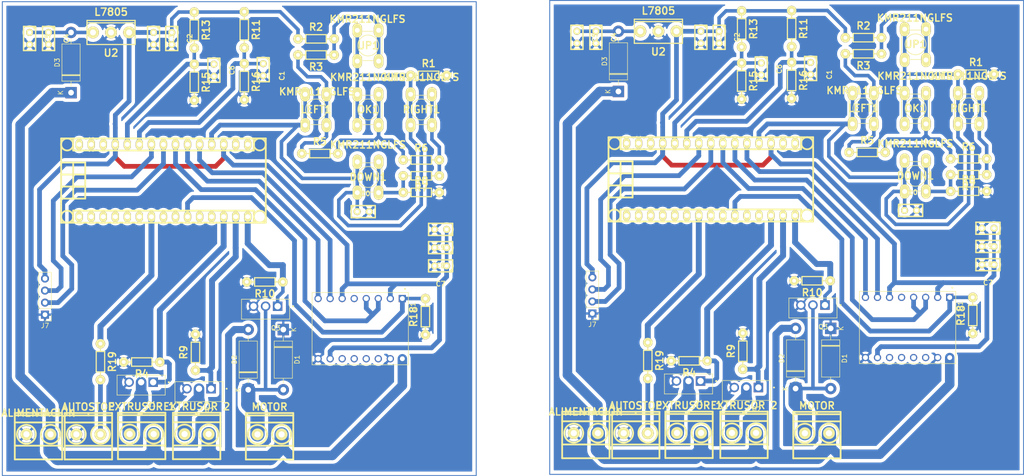
<source format=kicad_pcb>
(kicad_pcb (version 20221018) (generator pcbnew)
  (layers (0 "F.Cu" signal) (31 "B.Cu" signal) (34 "B.Paste" user) (35 "F.Paste" user) (36 "B.SilkS" user "B.Silkscreen") (37 "F.SilkS" user "F.Silkscreen") (38 "B.Mask" user) (39 "F.Mask" user) (44 "Edge.Cuts" user))
  (net 0 "")
  (net 1 "+12V")
  (net 2 "Net-(D3-K)")
  (net 3 "Net-(R2-Pad2)")
  (net 4 "/A0")
  (net 5 "Net-(DOWN1-Pad1)")
  (net 6 "Net-(LEFT1-Pad1)")
  (net 7 "Net-(R6-Pad2)")
  (net 8 "Net-(OK1-Pad1)")
  (net 9 "/D7")
  (net 10 "+5V")
  (net 11 "/A3")
  (net 12 "/A2")
  (net 13 "/A1")
  (net 14 "GND")
  (net 19 "/A6")
  (net 20 "Net-(D1-K)")
  (net 21 "/A7")
  (net 28 "/D4")
  (net 33 "/D10")
  (net 34 "/D11")
  (net 35 "/D12")
  (net 38 "Net-(J1-A4)")
  (net 39 "Net-(J1-A5)")
  (net 42 "Net-(J3-Pad1)")
  (net 43 "Net-(Q1-D)")
  (net 44 "Net-(Q2-D)")
  (footprint "EESTN5:CAP_0.1" (layer "F.Cu") (at 235.19 90.21)
    (fp_text reference "C10")
    (fp_text value "1nF" hide)
  )
  (footprint "Connector_PinHeader_2.54mm:PinHeader_1x04_P2.54mm_Vertical" (layer "F.Cu") (at 52.54 112.21 180)
    (fp_text reference "J7")
    (fp_text value "Conn_01x04_Pin")
  )
  (footprint "EESTN5:arduino_nano_header" (layer "F.Cu") (at 77.54 83.91)
    (fp_text reference "J1" hide)
    (fp_text value "Arduino_Nano_Header" hide)
  )
  (footprint "EESTN5:RES0.3" (layer "F.Cu") (at 188.4675 121.95125 180)
    (fp_text reference "R4")
    (fp_text value "4k7" hide)
  )
  (footprint "EESTN5:RES0.3" (layer "F.Cu") (at 94.59 52.09 -90)
    (fp_text reference "R11")
    (fp_text value "4k7" hide)
  )
  (footprint "EESTN5:Pulsador_TH_4" (layer "F.Cu") (at 236.19 55.21)
    (fp_text reference "UP1")
    (fp_text value "KMR211NGLFS")
  )
  (footprint "EESTN5:RES0.3" (layer "F.Cu") (at 131.94 82.91 180)
    (fp_text reference "R7")
    (fp_text value "4k7" hide)
  )
  (footprint "EESTN5:Pulsador_TH_4" (layer "F.Cu") (at 225.19 68.71)
    (fp_text reference "LEFT1")
    (fp_text value "KMR211NGLFS")
  )
  (footprint "EESTN5:CAP_0.1" (layer "F.Cu") (at 75.4452 53.93 -90)
    (fp_text reference "C3")
    (fp_text value "470u*6.3V" hide)
  )
  (footprint "EESTN5:BORNERA2" (layer "F.Cu") (at 177.2 137.21 180)
    (fp_text reference "J3" hide)
    (fp_text value "AUTOSTOP")
  )
  (footprint "EESTN5:RES0.3" (layer "F.Cu") (at 199.54 62.91 -90)
    (fp_text reference "R15")
    (fp_text value "100k" hide)
  )
  (footprint "EESTN5:RES0.3" (layer "F.Cu") (at 94.59 63.03 -90)
    (fp_text reference "R16")
    (fp_text value "100k" hide)
  )
  (footprint "EESTN5:RES0.3" (layer "F.Cu") (at 109.74 54.01)
    (fp_text reference "R2")
    (fp_text value "4k7" hide)
  )
  (footprint "EESTN5:BORNERA2" (layer "F.Cu") (at 84.54 137.41 180)
    (fp_text reference "J6" hide)
    (fp_text value "EXTRUSOR 2")
  )
  (footprint "EESTN5:CAP_0.1" (layer "F.Cu") (at 79.29 53.93 -90)
    (fp_text reference "C2")
    (fp_text value "100nF" hide)
  )
  (footprint "Diode_THT:D_DO-15_P12.70mm_Horizontal" (layer "F.Cu") (at 58.04 65.36 90)
    (fp_text reference "D3")
    (fp_text value "DIODE")
  )
  (footprint "EESTN5:RES0.3" (layer "F.Cu") (at 72.9675 122.20125 180)
    (fp_text reference "R4")
    (fp_text value "4k7" hide)
  )
  (footprint "EESTN5:CAP_0.1" (layer "F.Cu") (at 251.52 101.66 180)
    (fp_text reference "C7")
    (fp_text value "100nF" hide)
  )
  (footprint "EESTN5:RES0.3" (layer "F.Cu") (at 247.44 82.66 180)
    (fp_text reference "R7")
    (fp_text value "4k7" hide)
  )
  (footprint "EESTN5:RES0.3" (layer "F.Cu") (at 179.74 121.89125 -90)
    (fp_text reference "R19")
    (fp_text value "R" hide)
  )
  (footprint "EESTN5:CAP_0.1" (layer "F.Cu") (at 98.59 60.51 -90)
    (fp_text reference "C1")
    (fp_text value "100nF" hide)
  )
  (footprint "IRFZ44NPBF:TO254P1016X419X2286-3" (layer "F.Cu") (at 85.04 127.83125 180)
    (fp_text reference "Q2")
    (fp_text value "IRFZ44N")
  )
  (footprint "EESTN5:CAP_0.1" (layer "F.Cu") (at 136.02 101.91 180)
    (fp_text reference "C7")
    (fp_text value "100nF" hide)
  )
  (footprint "EESTN5:RES0.3" (layer "F.Cu") (at 64.24 122.14125 -90)
    (fp_text reference "R19")
    (fp_text value "R" hide)
  )
  (footprint "EESTN5:RES0.3" (layer "F.Cu") (at 110.54 78.21)
    (fp_text reference "R5")
    (fp_text value "4k7" hide)
  )
  (footprint "EESTN5:Pulsador_TH_4" (layer "F.Cu") (at 120.69 83.21)
    (fp_text reference "DOWN1")
    (fp_text value "KMR211NGLFS")
  )
  (footprint "EESTN5:RES0.3" (layer "F.Cu") (at 84.29 120.16 90)
    (fp_text reference "R9")
    (fp_text value "4k7" hide)
  )
  (footprint "IRFZ44NPBF:TO254P1016X419X2286-3" (layer "F.Cu") (at 214.59 110.18125 180)
    (fp_text reference "Q3")
    (fp_text value "IRFZ44N")
  )
  (footprint "EESTN5:RES0.3" (layer "F.Cu") (at 132.81 112.62 90)
    (fp_text reference "R18")
    (fp_text value "4k7" hide)
  )
  (footprint "EESTN5:CAP_0.1" (layer "F.Cu") (at 136.02 98.0652 180)
    (fp_text reference "C8")
    (fp_text value "100nF" hide)
  )
  (footprint "EESTN5:CAP_0.1" (layer "F.Cu") (at 49.29 53.93 -90)
    (fp_text reference "C5")
    (fp_text value "100nF" hide)
  )
  (footprint "EESTN5:CAP_0.1" (layer "F.Cu") (at 164.79 53.68 -90)
    (fp_text reference "C5")
    (fp_text value "100nF" hide)
  )
  (footprint "EESTN5:CAP_0.1" (layer "F.Cu") (at 190.9452 53.68 -90)
    (fp_text reference "C3")
    (fp_text value "470u*6.3V" hide)
  )
  (footprint "EESTN5:Pulsador_TH_4" (layer "F.Cu") (at 120.69 68.96)
    (fp_text reference "OK1")
    (fp_text value "KMR211NGLFS")
  )
  (footprint "IRFZ44NPBF:TO254P1016X419X2286-3" (layer "F.Cu") (at 72.83 126.46 180)
    (fp_text reference "Q1")
    (fp_text value "IRFZ44N")
  )
  (footprint "EESTN5:CAP_0.1" (layer "F.Cu") (at 203.679 60.37 -90)
    (fp_text reference "C6")
    (fp_text value "100nF" hide)
  )
  (footprint "EESTN5:CAP_0.1" (layer "F.Cu") (at 214.09 60.26 -90)
    (fp_text reference "C1")
    (fp_text value "100nF" hide)
  )
  (footprint "EESTN5:RES0.3" (layer "F.Cu") (at 131.94 86.41)
    (fp_text reference "R8")
    (fp_text value "4k7" hide)
  )
  (footprint "EESTN5:BORNERA2" (layer "F.Cu") (at 200.04 137.16 180)
    (fp_text reference "J6" hide)
    (fp_text value "EXTRUSOR 2")
  )
  (footprint "IRFZ44NPBF:TO254P1016X419X2286-3" (layer "F.Cu") (at 188.33 126.21 180)
    (fp_text reference "Q1")
    (fp_text value "IRFZ44N")
  )
  (footprint "EESTN5:BORNERA2" (layer "F.Cu") (at 166.6675 137.20125 180)
    (fp_text reference "J2" hide)
    (fp_text value "ALIMENTACIÓN")
  )
  (footprint "EESTN5:Pulsador_TH_4" (layer "F.Cu") (at 109.69 68.96)
    (fp_text reference "LEFT1")
    (fp_text value "KMR211NGLFS")
  )
  (footprint "Diode_THT:D_DO-15_P12.70mm_Horizontal" (layer "F.Cu") (at 210.9275 127.80125 90)
    (fp_text reference "D2")
    (fp_text value "DIODE")
  )
  (footprint "EESTN5:BORNERA2" (layer "F.Cu") (at 215.4275 137.22125 180)
    (fp_text reference "J4" hide)
    (fp_text value "MOTOR")
  )
  (footprint "EESTN5:BORNERA2" (layer "F.Cu") (at 99.9275 137.47125 180)
    (fp_text reference "J4" hide)
    (fp_text value "MOTOR")
  )
  (footprint "EESTN5:Pulsador_TH_4" (layer "F.Cu") (at 131.94 68.96)
    (fp_text reference "RIGHT1")
    (fp_text value "KMR211NGLFS")
  )
  (footprint "EESTN5:CAP_0.1" (layer "F.Cu") (at 194.79 53.68 -90)
    (fp_text reference "C2")
    (fp_text value "100nF" hide)
  )
  (footprint "EESTN5:BORNERA2" (layer "F.Cu") (at 72.94 137.41 180)
    (fp_text reference "J5" hide)
    (fp_text value "EXTRUSOR 1")
  )
  (footprint "EESTN5:RES0.3" (layer "F.Cu") (at 109.74 57.41 180)
    (fp_text reference "R3")
    (fp_text value "4k7" hide)
  )
  (footprint "IRFZ44NPBF:TO254P1016X419X2286-3" (layer "F.Cu") (at 99.09 110.43125 180)
    (fp_text reference "Q3")
    (fp_text value "IRFZ44N")
  )
  (footprint "EESTN5:RES0.3" (layer "F.Cu") (at 247.44 86.16)
    (fp_text reference "R8")
    (fp_text value "4k7" hide)
  )
  (footprint "EESTN5:CAP_0.1" (layer "F.Cu") (at 88.179 60.62 -90)
    (fp_text reference "C6")
    (fp_text value "100nF" hide)
  )
  (footprint "EESTN5:CAP_0.1" (layer "F.Cu") (at 251.52 93.9704 180)
    (fp_text reference "C9")
    (fp_text value "100nF" hide)
  )
  (footprint "EESTN5:Pulsador_TH_4" (layer "F.Cu") (at 247.44 68.71)
    (fp_text reference "RIGHT1")
    (fp_text value "KMR211NGLFS")
  )
  (footprint "EESTN5:CAP_0.1" (layer "F.Cu") (at 53.29 53.93 -90)
    (fp_text reference "C4")
    (fp_text value "220u*25v " hide)
  )
  (footprint "EESTN5:RES0.3" (layer "F.Cu") (at 214.4275 105.05125 180)
    (fp_text reference "R10")
    (fp_text value "4k7" hide)
  )
  (footprint "EESTN5:BORNERA2" (layer "F.Cu") (at 61.7 137.46 180)
    (fp_text reference "J3" hide)
    (fp_text value "AUTOSTOP")
  )
  (footprint "Connector_PinHeader_2.54mm:PinHeader_1x04_P2.54mm_Vertical" (layer "F.Cu") (at 168.04 111.96 180)
    (fp_text reference "J7")
    (fp_text value "Conn_01x04_Pin")
  )
  (footprint "EESTN5:RES0.3" (layer "F.Cu") (at 247.44 79.31)
    (fp_text reference "R6")
    (fp_text value "4k7" hide)
  )
  (footprint "EESTN5:RES0.3" (layer "F.Cu") (at 98.9275 105.30125 180)
    (fp_text reference "R10")
    (fp_text value "4k7" hide)
  )
  (footprint "EESTN5:RES0.3" (layer "F.Cu") (at 84.04 63.16 -90)
    (fp_text reference "R15")
    (fp_text value "100k" hide)
  )
  (footprint "EESTN5:Pulsador_TH_4" (layer "F.Cu") (at 236.19 82.96)
    (fp_text reference "DOWN1")
    (fp_text value "KMR211NGLFS")
  )
  (footprint "EESTN5:CAP_0.1" (layer "F.Cu") (at 168.79 53.68 -90)
    (fp_text reference "C4")
    (fp_text value "220u*25v " hide)
  )
  (footprint "EESTN5:Pulsador_TH_4" (layer "F.Cu") (at 236.19 68.71)
    (fp_text reference "OK1")
    (fp_text value "KMR211NGLFS")
  )
  (footprint "Diode_THT:D_DO-15_P12.70mm_Horizontal" (layer "F.Cu") (at 173.54 65.11 90)
    (fp_text reference "D3")
    (fp_text value "DIODE")
  )
  (footprint "Diode_THT:D_DO-15_P12.70mm_Horizontal" (layer "F.Cu") (at 218.3275 115.10125 -90)
    (fp_text reference "D1")
    (fp_text value "DIODE")
  )
  (footprint "A4988_STEPPER_MOTOR_DRIVER_CARRIER:MODULE_A4988_STEPPER_MOTOR_DRIVER_CARRIER" (layer "F.Cu") (at 119.06 115.16 -90)
    (fp_text reference "U1")
    (fp_text value "A4988_STEPPER_MOTOR_DRIVER_CARRIER")
  )
  (footprint "IRFZ44NPBF:TO254P1016X419X2286-3" (layer "F.Cu") (at 200.54 127.58125 180)
    (fp_text reference "Q2")
    (fp_text value "IRFZ44N")
  )
  (footprint "Diode_THT:D_DO-15_P12.70mm_Horizontal" (layer "F.Cu") (at 102.8275 115.35125 -90)
    (fp_text reference "D1")
    (fp_text value "DIODE")
  )
  (footprint "EESTN5:TO-220-2" (layer "F.Cu") (at 181.98 52.41)
    (fp_text reference "U2")
    (fp_text value "L7805")
  )
  (footprint "A4988_STEPPER_MOTOR_DRIVER_CARRIER:MODULE_A4988_STEPPER_MOTOR_DRIVER_CARRIER" (layer "F.Cu") (at 234.56 114.91 -90)
    (fp_text reference "U1")
    (fp_text value "A4988_STEPPER_MOTOR_DRIVER_CARRIER")
  )
  (footprint "EESTN5:Pulsador_TH_4" (layer "F.Cu") (at 120.69 55.46)
    (fp_text reference "UP1")
    (fp_text value "KMR211NGLFS")
  )
  (footprint "EESTN5:RES0.3" (layer "F.Cu") (at 210.09 62.78 -90)
    (fp_text reference "R16")
    (fp_text value "100k" hide)
  )
  (footprint "EESTN5:BORNERA2" (layer "F.Cu") (at 51.1675 137.45125 180)
    (fp_text reference "J2" hide)
    (fp_text value "ALIMENTACIÓN")
  )
  (footprint "EESTN5:RES0.3" (layer "F.Cu") (at 225.24 57.16 180)
    (fp_text reference "R3")
    (fp_text value "4k7" hide)
  )
  (footprint "EESTN5:CAP_0.1" (layer "F.Cu") (at 136.02 94.2204 180)
    (fp_text reference "C9")
    (fp_text value "100nF" hide)
  )
  (footprint "EESTN5:RES0.3" (layer "F.Cu") (at 84.04 52.16 -90)
    (fp_text reference "R13")
    (fp_text value "4.7k" hide)
  )
  (footprint "EESTN5:RES0.3" (layer "F.Cu") (at 225.24 53.76)
    (fp_text reference "R2")
    (fp_text value "4k7" hide)
  )
  (footprint "EESTN5:CAP_0.1" (layer "F.Cu") (at 251.52 97.8152 180)
    (fp_text reference "C8")
    (fp_text value "100nF" hide)
  )
  (footprint "EESTN5:RES0.3" (layer "F.Cu") (at 199.79 119.91 90)
    (fp_text reference "R9")
    (fp_text value "4k7" hide)
  )
  (footprint "EESTN5:RES0.3" (layer "F.Cu") (at 133.5 61.71)
    (fp_text reference "R1")
    (fp_text value "47k" hide)
  )
  (footprint "Diode_THT:D_DO-15_P12.70mm_Horizontal" (layer "F.Cu") (at 95.4275 128.05125 90)
    (fp_text reference "D2")
    (fp_text value "DIODE")
  )
  (footprint "EESTN5:RES0.3" (layer "F.Cu") (at 249 61.46)
    (fp_text reference "R1")
    (fp_text value "47k" hide)
  )
  (footprint "EESTN5:CAP_0.1" (layer "F.Cu") (at 119.69 90.46)
    (fp_text reference "C10")
    (fp_text value "1nF" hide)
  )
  (footprint "EESTN5:RES0.3" (layer "F.Cu") (at 131.94 79.56)
    (fp_text reference "R6")
    (fp_text value "4k7" hide)
  )
  (footprint "EESTN5:RES0.3" (layer "F.Cu") (at 226.04 77.96)
    (fp_text reference "R5")
    (fp_text value "4k7" hide)
  )
  (footprint "EESTN5:RES0.3" (layer "F.Cu") (at 210.09 51.84 -90)
    (fp_text reference "R11")
    (fp_text value "4k7" hide)
  )
  (footprint "EESTN5:TO-220-2" (layer "F.Cu") (at 66.48 52.66)
    (fp_text reference "U2")
    (fp_text value "L7805")
  )
  (footprint "EESTN5:BORNERA2" (layer "F.Cu") (at 188.44 137.16 180)
    (fp_text reference "J5" hide)
    (fp_text value "EXTRUSOR 1")
  )
  (footprint "EESTN5:arduino_nano_header" (layer "F.Cu") (at 193.04 83.66)
    (fp_text reference "J1" hide)
    (fp_text value "Arduino_Nano_Header" hide)
  )
  (footprint "EESTN5:RES0.3" (layer "F.Cu") (at 248.31 112.37 90)
    (fp_text reference "R18")
    (fp_text value "4k7" hide)
  )
  (footprint "EESTN5:RES0.3" (layer "F.Cu") (at 199.54 51.91 -90)
    (fp_text reference "R13")
    (fp_text value "4.7k" hide)
  )
  (gr_rect (start 159.04 45.91) (end 259.04 145.91) (stroke (width 0.2)) (fill none) (layer "B.Cu"))
  (gr_rect (start 43.54 46.16) (end 143.54 146.16) (stroke (width 0.2)) (fill none) (layer "B.Cu"))
  (segment (start 203.84125 142.21) (end 202.58 140.94875) (width 3) (layer "B.Cu") (net 1))
  (segment (start 104.31625 141.91) (end 102.4675 140.06125) (width 2) (layer "B.Cu") (net 1))
  (segment (start 169.2075 131.3275) (end 169.2075 137.20125) (width 2) (layer "B.Cu") (net 1))
  (segment (start 58.04 65.36) (end 54.09 65.36) (width 2) (layer "B.Cu") (net 1))
  (segment (start 74.21875 142.46) (end 75.48 141.19875) (width 3) (layer "B.Cu") (net 1))
  (segment (start 215.56875 142.21) (end 203.84125 142.21) (width 3) (layer "B.Cu") (net 1))
  (segment (start 85.81875 142.46) (end 76.74125 142.46) (width 3) (layer "B.Cu") (net 1))
  (segment (start 210.9275 115.10125) (end 208.0275 115.10125) (width 1.5) (layer "B.Cu") (net 1))
  (segment (start 169.2075 137.20125) (end 169.2075 140.68125) (width 3) (layer "B.Cu") (net 1))
  (segment (start 217.9675 139.81125) (end 215.56875 142.21) (width 3) (layer "B.Cu") (net 1))
  (segment (start 169.59 65.11) (end 162.79 71.91) (width 2) (layer "B.Cu") (net 1))
  (segment (start 228.69 141.66) (end 219.81625 141.66) (width 2) (layer "B.Cu") (net 1))
  (segment (start 88.34125 142.46) (end 87.08 141.19875) (width 3) (layer "B.Cu") (net 1))
  (segment (start 243.45 126.9) (end 228.69 141.66) (width 2) (layer "B.Cu") (net 1))
  (segment (start 202.58 140.94875) (end 202.58 137.16) (width 3) (layer "B.Cu") (net 1))
  (segment (start 54.09 65.36) (end 47.29 72.16) (width 2) (layer "B.Cu") (net 1))
  (segment (start 243.45 121.26) (end 243.45 126.9) (width 2) (layer "B.Cu") (net 1))
  (segment (start 208.0275 115.10125) (end 206.79 116.33875) (width 1.5) (layer "B.Cu") (net 1))
  (segment (start 201.31875 142.21) (end 192.24125 142.21) (width 3) (layer "B.Cu") (net 1))
  (segment (start 85.81875 142.46) (end 87.08 141.19875) (width 3) (layer "B.Cu") (net 1))
  (segment (start 92.5275 115.35125) (end 91.29 116.58875) (width 1.5) (layer "B.Cu") (net 1))
  (segment (start 113.19 141.91) (end 104.31625 141.91) (width 2) (layer "B.Cu") (net 1))
  (segment (start 87.08 141.19875) (end 87.08 137.41) (width 3) (layer "B.Cu") (net 1))
  (segment (start 206.79 116.33875) (end 206.79 140.43875) (width 1.5) (layer "B.Cu") (net 1))
  (segment (start 75.48 141.19875) (end 75.48 137.41) (width 3) (layer "B.Cu") (net 1))
  (segment (start 76.74125 142.46) (end 75.48 141.19875) (width 3) (layer "B.Cu") (net 1))
  (segment (start 102.4675 140.06125) (end 100.06875 142.46) (width 3) (layer "B.Cu") (net 1))
  (segment (start 217.9675 139.81125) (end 217.9675 137.22125) (width 3) (layer "B.Cu") (net 1))
  (segment (start 47.29 125.16) (end 53.7075 131.5775) (width 2) (layer "B.Cu") (net 1))
  (segment (start 206.79 140.43875) (end 207.54 141.18875) (width 1.5) (layer "B.Cu") (net 1))
  (segment (start 192.24125 142.21) (end 190.98 140.94875) (width 3) (layer "B.Cu") (net 1))
  (segment (start 53.7075 137.45125) (end 53.7075 140.93125) (width 3) (layer "B.Cu") (net 1))
  (segment (start 201.31875 142.21) (end 202.58 140.94875) (width 3) (layer "B.Cu") (net 1))
  (segment (start 189.71875 142.21) (end 190.98 140.94875) (width 3) (layer "B.Cu") (net 1))
  (segment (start 127.95 127.15) (end 113.19 141.91) (width 2) (layer "B.Cu") (net 1))
  (segment (start 162.79 71.91) (end 162.79 124.91) (width 2) (layer "B.Cu") (net 1))
  (segment (start 100.06875 142.46) (end 88.34125 142.46) (width 3) (layer "B.Cu") (net 1))
  (segment (start 162.79 124.91) (end 169.2075 131.3275) (width 2) (layer "B.Cu") (net 1))
  (segment (start 95.4275 115.35125) (end 92.5275 115.35125) (width 1.5) (layer "B.Cu") (net 1))
  (segment (start 91.29 140.68875) (end 92.04 141.43875) (width 1.5) (layer "B.Cu") (net 1))
  (segment (start 91.29 116.58875) (end 91.29 140.68875) (width 1.5) (layer "B.Cu") (net 1))
  (segment (start 190.98 140.94875) (end 190.98 137.16) (width 3) (layer "B.Cu") (net 1))
  (segment (start 173.54 65.11) (end 169.59 65.11) (width 2) (layer "B.Cu") (net 1))
  (segment (start 55.23625 142.46) (end 74.21875 142.46) (width 3) (layer "B.Cu") (net 1))
  (segment (start 102.4675 140.06125) (end 102.4675 137.47125) (width 3) (layer "B.Cu") (net 1))
  (segment (start 169.2075 140.68125) (end 170.73625 142.21) (width 3) (layer "B.Cu") (net 1))
  (segment (start 53.7075 131.5775) (end 53.7075 137.45125) (width 2) (layer "B.Cu") (net 1))
  (segment (start 47.29 72.16) (end 47.29 125.16) (width 2) (layer "B.Cu") (net 1))
  (segment (start 53.7075 140.93125) (end 55.23625 142.46) (width 3) (layer "B.Cu") (net 1))
  (segment (start 219.81625 141.66) (end 217.9675 139.81125) (width 2) (layer "B.Cu") (net 1))
  (segment (start 127.95 121.51) (end 127.95 127.15) (width 2) (layer "B.Cu") (net 1))
  (segment (start 170.73625 142.21) (end 189.71875 142.21) (width 3) (layer "B.Cu") (net 1))
  (segment (start 173.54 52.41) (end 178.17 52.41) (width 0.75) (layer "B.Cu") (net 2))
  (segment (start 164.79 52.41) (end 168.79 52.41) (width 0.75) (layer "B.Cu") (net 2))
  (segment (start 58.04 52.66) (end 62.67 52.66) (width 0.75) (layer "B.Cu") (net 2))
  (segment (start 53.29 52.66) (end 58.04 52.66) (width 0.75) (layer "B.Cu") (net 2))
  (segment (start 49.29 52.66) (end 53.29 52.66) (width 0.75) (layer "B.Cu") (net 2))
  (segment (start 168.79 52.41) (end 173.54 52.41) (width 0.75) (layer "B.Cu") (net 2))
  (segment (start 238.44 50.76) (end 238.44 51.96) (width 0.75) (layer "B.Cu") (net 3))
  (segment (start 121.34 49.41) (end 122.94 51.01) (width 0.75) (layer "B.Cu") (net 3))
  (segment (start 229.05 51.15) (end 231.04 49.16) (width 0.75) (layer "B.Cu") (net 3))
  (segment (start 113.55 54.01) (end 113.55 51.4) (width 0.75) (layer "B.Cu") (net 3))
  (segment (start 113.55 54.01) (end 113.55 57.41) (width 0.75) (layer "B.Cu") (net 3))
  (segment (start 122.94 51.01) (end 122.94 52.21) (width 0.75) (layer "B.Cu") (net 3))
  (segment (start 113.55 51.4) (end 115.54 49.41) (width 0.75) (layer "B.Cu") (net 3))
  (segment (start 238.44 51.96) (end 238.44 58.46) (width 0.75) (layer "B.Cu") (net 3))
  (segment (start 231.04 49.16) (end 236.84 49.16) (width 0.75) (layer "B.Cu") (net 3))
  (segment (start 229.05 53.76) (end 229.05 51.15) (width 0.75) (layer "B.Cu") (net 3))
  (segment (start 122.94 52.21) (end 122.94 58.71) (width 0.75) (layer "B.Cu") (net 3))
  (segment (start 115.54 49.41) (end 121.34 49.41) (width 0.75) (layer "B.Cu") (net 3))
  (segment (start 229.05 53.76) (end 229.05 57.16) (width 0.75) (layer "B.Cu") (net 3))
  (segment (start 236.84 49.16) (end 238.44 50.76) (width 0.75) (layer "B.Cu") (net 3))
  (segment (start 222.94 65.46) (end 222.94 71.96) (width 0.75) (layer "B.Cu") (net 4))
  (segment (start 118.54 61.71) (end 118.44 61.61) (width 0.75) (layer "B.Cu") (net 4))
  (segment (start 233.94 86.21) (end 231.59 86.21) (width 0.75) (layer "B.Cu") (net 4))
  (segment (start 116.54 93.41) (end 127.54 93.41) (width 0.75) (layer "B.Cu") (net 4))
  (segment (start 118.44 86.46) (end 118.44 90.44) (width 0.75) (layer "B.Cu") (net 4))
  (segment (start 233.94 90.19) (end 233.92 90.21) (width 0.75) (layer "B.Cu") (net 4))
  (segment (start 114.54 91.41) (end 116.54 93.41) (width 0.75) (layer "B.Cu") (net 4))
  (segment (start 105.922 72.21) (end 102.44 75.692) (width 0.75) (layer "B.Cu") (net 4))
  (segment (start 87.7 76.29) (end 87.7 74) (width 1) (layer "B.Cu") (net 4))
  (segment (start 233.94 79.71) (end 233.94 86.21) (width 0.75) (layer "B.Cu") (net 4))
  (segment (start 221.422 71.96) (end 217.94 75.442) (width 0.75) (layer "B.Cu") (net 4))
  (segment (start 129.69 65.71) (end 129.69 72.21) (width 0.75) (layer "B.Cu") (net 4))
  (segment (start 116.09 86.46) (end 114.54 88.01) (width 0.75) (layer "B.Cu") (net 4))
  (segment (start 118.44 83.21) (end 118.44 79.96) (width 0.75) (layer "B.Cu") (net 4))
  (segment (start 118.19 83.46) (end 118.44 83.21) (width 0.75) (layer "B.Cu") (net 4))
  (segment (start 204.99 71.96) (end 221.422 71.96) (width 1) (layer "B.Cu") (net 4))
  (segment (start 233.69 83.21) (end 233.94 82.96) (width 0.75) (layer "B.Cu") (net 4))
  (segment (start 118.44 90.44) (end 118.42 90.46) (width 0.75) (layer "B.Cu") (net 4))
  (segment (start 118.44 52.21) (end 118.44 58.71) (width 0.75) (layer "B.Cu") (net 4))
  (segment (start 247.44 88.76) (end 247.44 77.06) (width 0.75) (layer "B.Cu") (net 4))
  (segment (start 233.94 86.21) (end 233.94 90.19) (width 0.75) (layer "B.Cu") (net 4))
  (segment (start 217.94 75.442) (end 217.94 78.81) (width 0.75) (layer "B.Cu") (net 4))
  (segment (start 106.84 83.46) (end 118.19 83.46) (width 0.75) (layer "B.Cu") (net 4))
  (segment (start 118.44 72.21) (end 118.44 65.71) (width 0.75) (layer "B.Cu") (net 4))
  (segment (start 127.54 93.41) (end 131.94 89.01) (width 0.75) (layer "B.Cu") (net 4))
  (segment (start 247.44 77.06) (end 245.19 74.81) (width 0.75) (layer "B.Cu") (net 4))
  (segment (start 129.69 75.06) (end 129.69 72.21) (width 0.75) (layer "B.Cu") (net 4))
  (segment (start 245.19 61.46) (end 234.04 61.46) (width 0.75) (layer "B.Cu") (net 4))
  (segment (start 87.7 74) (end 89.49 72.21) (width 1) (layer "B.Cu") (net 4))
  (segment (start 118.44 65.71) (end 118.44 61.61) (width 0.75) (layer "B.Cu") (net 4))
  (segment (start 203.2 76.04) (end 203.2 73.75) (width 1) (layer "B.Cu") (net 4))
  (segment (start 233.94 82.96) (end 233.94 79.71) (width 0.75) (layer "B.Cu") (net 4))
  (segment (start 102.44 75.692) (end 102.44 79.06) (width 0.75) (layer "B.Cu") (net 4))
  (segment (start 234.04 61.46) (end 233.94 61.36) (width 0.75) (layer "B.Cu") (net 4))
  (segment (start 232.04 93.16) (end 243.04 93.16) (width 0.75) (layer "B.Cu") (net 4))
  (segment (start 114.54 88.01) (end 114.54 91.41) (width 0.75) (layer "B.Cu") (net 4))
  (segment (start 118.44 86.46) (end 116.09 86.46) (width 0.75) (layer "B.Cu") (net 4))
  (segment (start 107.44 65.71) (end 107.44 72.21) (width 0.75) (layer "B.Cu") (net 4))
  (segment (start 230.04 87.76) (end 230.04 91.16) (width 0.75) (layer "B.Cu") (net 4))
  (segment (start 102.44 79.06) (end 106.84 83.46) (width 0.75) (layer "B.Cu") (net 4))
  (segment (start 233.94 61.36) (end 233.94 58.46) (width 0.75) (layer "B.Cu") (net 4))
  (segment (start 217.94 78.81) (end 222.34 83.21) (width 0.75) (layer "B.Cu") (net 4))
  (segment (start 89.49 72.21) (end 105.922 72.21) (width 1) (layer "B.Cu") (net 4))
  (segment (start 233.94 51.96) (end 233.94 58.46) (width 0.75) (layer "B.Cu") (net 4))
  (segment (start 233.94 65.46) (end 233.94 61.36) (width 0.75) (layer "B.Cu") (net 4))
  (segment (start 203.2 73.75) (end 204.99 71.96) (width 1) (layer "B.Cu") (net 4))
  (segment (start 245.19 65.46) (end 245.19 61.46) (width 0.75) (layer "B.Cu") (net 4))
  (segment (start 131.94 89.01) (end 131.94 77.31) (width 0.75) (layer "B.Cu") (net 4))
  (segment (start 230.04 91.16) (end 232.04 93.16) (width 0.75) (layer "B.Cu") (net 4))
  (segment (start 118.44 79.96) (end 118.44 86.46) (width 0.75) (layer "B.Cu") (net 4))
  (segment (start 245.19 65.46) (end 245.19 71.96) (width 0.75) (layer "B.Cu") (net 4))
  (segment (start 129.69 65.71) (end 129.69 61.71) (width 0.75) (layer "B.Cu") (net 4))
  (segment (start 129.69 61.71) (end 118.54 61.71) (width 0.75) (layer "B.Cu") (net 4))
  (segment (start 231.59 86.21) (end 230.04 87.76) (width 0.75) (layer "B.Cu") (net 4))
  (segment (start 245.19 74.81) (end 245.19 71.96) (width 0.75) (layer "B.Cu") (net 4))
  (segment (start 222.34 83.21) (end 233.69 83.21) (width 0.75) (layer "B.Cu") (net 4))
  (segment (start 222.94 71.96) (end 221.422 71.96) (width 1) (layer "B.Cu") (net 4))
  (segment (start 131.94 77.31) (end 129.69 75.06) (width 0.75) (layer "B.Cu") (net 4))
  (segment (start 243.04 93.16) (end 247.44 88.76) (width 0.75) (layer "B.Cu") (net 4))
  (segment (start 107.44 72.21) (end 105.922 72.21) (width 1) (layer "B.Cu") (net 4))
  (segment (start 118.44 61.61) (end 118.44 58.71) (width 0.75) (layer "B.Cu") (net 4))
  (segment (start 233.94 71.96) (end 233.94 65.46) (width 0.75) (layer "B.Cu") (net 4))
  (segment (start 243.63 82.66) (end 243.63 86.16) (width 0.75) (layer "B.Cu") (net 5))
  (segment (start 238.44 79.71) (end 238.44 86.21) (width 0.75) (layer "B.Cu") (net 5))
  (segment (start 238.44 86.21) (end 243.58 86.21) (width 0.75) (layer "B.Cu") (net 5))
  (segment (start 122.94 86.46) (end 128.08 86.46) (width 0.75) (layer "B.Cu") (net 5))
  (segment (start 128.13 82.91) (end 128.13 86.41) (width 0.75) (layer "B.Cu") (net 5))
  (segment (start 122.94 79.96) (end 122.94 86.46) (width 0.75) (layer "B.Cu") (net 5))
  (segment (start 243.58 86.21) (end 243.63 86.16) (width 0.75) (layer "B.Cu") (net 5))
  (segment (start 128.08 86.46) (end 128.13 86.41) (width 0.75) (layer "B.Cu") (net 5))
  (segment (start 110.59 75.96) (end 111.94 74.61) (width 0.75) (layer "B.Cu") (net 6))
  (segment (start 222.89 75.71) (end 226.09 75.71) (width 0.75) (layer "B.Cu") (net 6))
  (segment (start 226.09 75.71) (end 227.44 74.36) (width 0.75) (layer "B.Cu") (net 6))
  (segment (start 222.23 76.37) (end 222.89 75.71) (width 0.75) (layer "B.Cu") (net 6))
  (segment (start 106.73 78.21) (end 106.73 76.62) (width 0.75) (layer "B.Cu") (net 6))
  (segment (start 221.43 59.75) (end 223.44 61.76) (width 0.75) (layer "B.Cu") (net 6))
  (segment (start 227.44 74.36) (end 227.44 71.96) (width 0.75) (layer "B.Cu") (net 6))
  (segment (start 227.44 71.96) (end 227.44 65.46) (width 0.75) (layer "B.Cu") (net 6))
  (segment (start 107.39 75.96) (end 110.59 75.96) (width 0.75) (layer "B.Cu") (net 6))
  (segment (start 106.73 76.62) (end 107.39 75.96) (width 0.75) (layer "B.Cu") (net 6))
  (segment (start 105.93 57.41) (end 105.93 60) (width 0.75) (layer "B.Cu") (net 6))
  (segment (start 226.24 61.76) (end 227.44 62.96) (width 0.75) (layer "B.Cu") (net 6))
  (segment (start 222.23 77.96) (end 222.23 76.37) (width 0.75) (layer "B.Cu") (net 6))
  (segment (start 110.74 62.01) (end 111.94 63.21) (width 0.75) (layer "B.Cu") (net 6))
  (segment (start 111.94 74.61) (end 111.94 72.21) (width 0.75) (layer "B.Cu") (net 6))
  (segment (start 227.44 62.96) (end 227.44 65.46) (width 0.75) (layer "B.Cu") (net 6))
  (segment (start 223.44 61.76) (end 226.24 61.76) (width 0.75) (layer "B.Cu") (net 6))
  (segment (start 107.94 62.01) (end 110.74 62.01) (width 0.75) (layer "B.Cu") (net 6))
  (segment (start 221.43 57.16) (end 221.43 59.75) (width 0.75) (layer "B.Cu") (net 6))
  (segment (start 111.94 72.21) (end 111.94 65.71) (width 0.75) (layer "B.Cu") (net 6))
  (segment (start 105.93 60) (end 107.94 62.01) (width 0.75) (layer "B.Cu") (net 6))
  (segment (start 111.94 63.21) (end 111.94 65.71) (width 0.75) (layer "B.Cu") (net 6))
  (segment (start 134.19 72.21) (end 134.19 75.26) (width 0.75) (layer "B.Cu") (net 7))
  (segment (start 135.75 76.82) (end 135.75 79.56) (width 0.75) (layer "B.Cu") (net 7))
  (segment (start 134.19 75.26) (end 135.75 76.82) (width 0.75) (layer "B.Cu") (net 7))
  (segment (start 249.69 75.01) (end 251.25 76.57) (width 0.75) (layer "B.Cu") (net 7))
  (segment (start 251.25 76.57) (end 251.25 79.31) (width 0.75) (layer "B.Cu") (net 7))
  (segment (start 249.69 71.96) (end 249.69 65.46) (width 0.75) (layer "B.Cu") (net 7))
  (segment (start 249.69 71.96) (end 249.69 75.01) (width 0.75) (layer "B.Cu") (net 7))
  (segment (start 134.19 72.21) (end 134.19 65.71) (width 0.75) (layer "B.Cu") (net 7))
  (segment (start 135.75 79.56) (end 135.75 82.91) (width 0.75) (layer "B.Cu") (net 7))
  (segment (start 251.25 79.31) (end 251.25 82.66) (width 0.75) (layer "B.Cu") (net 7))
  (segment (start 243.63 79.31) (end 243.63 77.55) (width 0.75) (layer "B.Cu") (net 8))
  (segment (start 243.63 77.55) (end 241.24 75.16) (width 0.75) (layer "B.Cu") (net 8))
  (segment (start 239.24 75.16) (end 238.44 74.36) (width 0.75) (layer "B.Cu") (net 8))
  (segment (start 114.94 75.41) (end 122.14 75.41) (width 0.75) (layer "B.Cu") (net 8))
  (segment (start 229.85 77.96) (end 229.85 75.75) (width 0.75) (layer "B.Cu") (net 8))
  (segment (start 114.35 76) (end 114.94 75.41) (width 0.75) (layer "B.Cu") (net 8))
  (segment (start 238.44 65.46) (end 238.44 71.96) (width 0.75) (layer "B.Cu") (net 8))
  (segment (start 229.85 75.75) (end 230.44 75.16) (width 0.75) (layer "B.Cu") (net 8))
  (segment (start 128.13 77.8) (end 125.74 75.41) (width 0.75) (layer "B.Cu") (net 8))
  (segment (start 125.74 75.41) (end 123.74 75.41) (width 0.75) (layer "B.Cu") (net 8))
  (segment (start 123.74 75.41) (end 122.94 74.61) (width 0.75) (layer "B.Cu") (net 8))
  (segment (start 114.35 78.21) (end 114.35 76) (width 0.75) (layer "B.Cu") (net 8))
  (segment (start 230.44 75.16) (end 237.64 75.16) (width 0.75) (layer "B.Cu") (net 8))
  (segment (start 122.94 74.61) (end 122.94 72.21) (width 0.75) (layer "B.Cu") (net 8))
  (segment (start 128.13 79.56) (end 128.13 77.8) (width 0.75) (layer "B.Cu") (net 8))
  (segment (start 122.14 75.41) (end 122.94 74.61) (width 0.75) (layer "B.Cu") (net 8))
  (segment (start 241.24 75.16) (end 239.24 75.16) (width 0.75) (layer "B.Cu") (net 8))
  (segment (start 237.64 75.16) (end 238.44 74.36) (width 0.75) (layer "B.Cu") (net 8))
  (segment (start 122.94 65.71) (end 122.94 72.21) (width 0.75) (layer "B.Cu") (net 8))
  (segment (start 238.44 74.36) (end 238.44 71.96) (width 0.75) (layer "B.Cu") (net 8))
  (segment (start 198.12 88.43) (end 199.29 87.26) (width 1) (layer "B.Cu") (net 9))
  (segment (start 127.95 108.81) (end 132.81 108.81) (width 0.75) (layer "B.Cu") (net 9))
  (segment (start 83.79 87.51) (end 96.112 87.51) (width 1) (layer "B.Cu") (net 9))
  (segment (start 123.59 115.91) (end 127.95 111.55) (width 1) (layer "B.Cu") (net 9))
  (segment (start 243.45 108.56) (end 248.31 108.56) (width 0.75) (layer "B.Cu") (net 9))
  (segment (start 220.69 109.66) (end 226.69 115.66) (width 1) (layer "B.Cu") (net 9))
  (segment (start 226.69 115.66) (end 239.09 115.66) (width 1) (layer "B.Cu") (net 9))
  (segment (start 111.19 115.91) (end 123.59 115.91) (width 1) (layer "B.Cu") (net 9))
  (segment (start 220.69 96.338) (end 220.69 109.66) (width 1) (layer "B.Cu") (net 9))
  (segment (start 82.62 88.68) (end 83.79 87.51) (width 1) (layer "B.Cu") (net 9))
  (segment (start 198.12 91.28) (end 198.12 88.43) (width 1) (layer "B.Cu") (net 9))
  (segment (start 239.09 115.66) (end 243.45 111.3) (width 1) (layer "B.Cu") (net 9))
  (segment (start 243.45 111.3) (end 243.45 108.56) (width 1) (layer "B.Cu") (net 9))
  (segment (start 198.04 91.2) (end 198.12 91.28) (width 0.75) (layer "B.Cu") (net 9))
  (segment (start 105.19 109.91) (end 111.19 115.91) (width 1) (layer "B.Cu") (net 9))
  (segment (start 211.612 87.26) (end 220.69 96.338) (width 1) (layer "B.Cu") (net 9))
  (segment (start 199.29 87.26) (end 211.612 87.26) (width 1) (layer "B.Cu") (net 9))
  (segment (start 82.54 91.45) (end 82.62 91.53) (width 0.75) (layer "B.Cu") (net 9))
  (segment (start 96.112 87.51) (end 105.19 96.588) (width 1) (layer "B.Cu") (net 9))
  (segment (start 82.62 91.53) (end 82.62 88.68) (width 1) (layer "B.Cu") (net 9))
  (segment (start 127.95 111.55) (end 127.95 108.81) (width 1) (layer "B.Cu") (net 9))
  (segment (start 105.19 96.588) (end 105.19 109.91) (width 1) (layer "B.Cu") (net 9))
  (segment (start 184.79 80.66) (end 182.88 78.75) (width 1) (layer "F.Cu") (net 10))
  (segment (start 204.04 80.66) (end 184.79 80.66) (width 1) (layer "F.Cu") (net 10))
  (segment (start 90.24 76.29) (end 90.24 79.21) (width 1) (layer "F.Cu") (net 10))
  (segment (start 69.29 80.91) (end 67.38 79) (width 1) (layer "F.Cu") (net 10))
  (segment (start 205.74 78.96) (end 204.04 80.66) (width 1) (layer "F.Cu") (net 10))
  (segment (start 90.24 79.21) (end 88.54 80.91) (width 1) (layer "F.Cu") (net 10))
  (segment (start 67.38 79) (end 67.38 76.29) (width 1) (layer "F.Cu") (net 10))
  (segment (start 88.54 80.91) (end 69.29 80.91) (width 1) (layer "F.Cu") (net 10))
  (segment (start 182.88 78.75) (end 182.88 76.04) (width 1) (layer "F.Cu") (net 10))
  (segment (start 205.74 76.04) (end 205.74 78.96) (width 1) (layer "F.Cu") (net 10))
  (segment (start 228.21 119.715) (end 228.965 118.96) (width 1) (layer "B.Cu") (net 10))
  (segment (start 125.41 106.89) (end 126.59 105.71) (width 1) (layer "B.Cu") (net 10))
  (segment (start 99.422 80.66) (end 116.29 97.528) (width 1) (layer "B.Cu") (net 10))
  (segment (start 228.21 121.26) (end 228.21 119.715) (width 1) (layer "B.Cu") (net 10))
  (segment (start 168.04 104.34) (end 168.04 102.66) (width 1) (layer "B.Cu") (net 10))
  (segment (start 90.24 76.29) (end 90.24 78.61) (width 1) (layer "B.Cu") (net 10))
  (segment (start 214.922 80.41) (end 231.79 97.278) (width 1) (layer "B.Cu") (net 10))
  (segment (start 185.79 66.91) (end 182.88 69.82) (width 1) (layer "B.Cu") (net 10))
  (segment (start 67.18 71.96) (end 67.38 72.16) (width 0.75) (layer "B.Cu") (net 10))
  (segment (start 182.88 69.82) (end 182.88 72.57) (width 1) (layer "B.Cu") (net 10))
  (segment (start 51.39 85.81) (end 56.79 80.41) (width 1) (layer "B.Cu") (net 10))
  (segment (start 185.79 52.41) (end 190.9452 52.41) (width 1) (layer "B.Cu") (net 10))
  (segment (start 251.29 105.46) (end 252.79 103.96) (width 1) (layer "B.Cu") (net 10))
  (segment (start 181.29 80.16) (end 182.88 78.57) (width 1) (layer "B.Cu") (net 10))
  (segment (start 116.29 105.71) (end 126.59 105.71) (width 1) (layer "B.Cu") (net 10))
  (segment (start 199.54 48.1) (end 210.02 48.1) (width 0.75) (layer "B.Cu") (net 10))
  (segment (start 135.79 105.71) (end 137.29 104.21) (width 1) (layer "B.Cu") (net 10))
  (segment (start 228.965 118.96) (end 249.615 118.96) (width 1) (layer "B.Cu") (net 10))
  (segment (start 67.38 72.82) (end 67.38 76.29) (width 1) (layer "B.Cu") (net 10))
  (segment (start 137.29 104.21) (end 137.29 101.91) (width 1) (layer "B.Cu") (net 10))
  (segment (start 137.29 94.2204) (end 137.29 98.0652) (width 0.75) (layer "B.Cu") (net 10))
  (segment (start 230.75 106.5) (end 231.79 105.46) (width 1) (layer "B.Cu") (net 10))
  (segment (start 221.43 51.8) (end 221.43 53.76) (width 0.75) (layer "B.Cu") (net 10))
  (segment (start 105.93 52.05) (end 105.93 54.01) (width 0.75) (layer "B.Cu") (net 10))
  (segment (start 166.89 85.56) (end 172.29 80.16) (width 1) (layer "B.Cu") (net 10))
  (segment (start 182.88 71.91) (end 182.88 72.57) (width 0.75) (layer "B.Cu") (net 10))
  (segment (start 79.29 52.66) (end 79.29 49.81) (width 0.75) (layer "B.Cu") (net 10))
  (segment (start 51.39 101.76) (end 51.39 85.81) (width 1) (layer "B.Cu") (net 10))
  (segment (start 126.59 105.71) (end 135.79 105.71) (width 1) (layer "B.Cu") (net 10))
  (segment (start 252.79 101.66) (end 252.79 97.8152) (width 0.75) (layer "B.Cu") (net 10))
  (segment (start 182.68 71.71) (end 182.88 71.91) (width 0.75) (layer "B.Cu") (net 10))
  (segment (start 240.91 106.64) (end 242.09 105.46) (width 1) (layer "B.Cu") (net 10))
  (segment (start 67.38 78.82) (end 67.38 76.29) (width 1) (layer "B.Cu") (net 10))
  (segment (start 240.91 108.56) (end 240.91 106.64) (width 1) (layer "B.Cu") (net 10))
  (segment (start 168.04 102.66) (end 166.89 101.51) (width 1) (layer "B.Cu") (net 10))
  (segment (start 52.54 104.59) (end 52.54 102.91) (width 1) (layer "B.Cu") (net 10))
  (segment (start 115.25 106.75) (end 116.29 105.71) (width 1) (layer "B.Cu") (net 10))
  (segment (start 205.74 78.36) (end 207.79 80.41) (width 1) (layer "B.Cu") (net 10))
  (segment (start 94.59 48.28) (end 102.16 48.28) (width 0.75) (layer "B.Cu") (net 10))
  (segment (start 90.24 78.61) (end 92.29 80.66) (width 1) (layer "B.Cu") (net 10))
  (segment (start 102.16 48.28) (end 105.93 52.05) (width 0.75) (layer "B.Cu") (net 10))
  (segment (start 115.25 108.81) (end 115.25 106.75) (width 1) (layer "B.Cu") (net 10))
  (segment (start 134.115 119.21) (end 135.79 117.535) (width 1) (layer "B.Cu") (net 10))
  (segment (start 67.38 72.16) (end 67.38 72.82) (width 0.75) (layer "B.Cu") (net 10))
  (segment (start 92.29 80.66) (end 99.422 80.66) (width 1) (layer "B.Cu") (net 10))
  (segment (start 210.09 48.03) (end 217.66 48.03) (width 0.75) (layer "B.Cu") (net 10))
  (segment (start 70.29 52.66) (end 70.29 67.16) (width 1) (layer "B.Cu") (net 10))
  (segment (start 56.79 80.41) (end 65.79 80.41) (width 1) (layer "B.Cu") (net 10))
  (segment (start 135.79 117.535) (end 135.79 105.71) (width 1) (layer "B.Cu") (net 10))
  (segment (start 80.75 48.35) (end 84.04 48.35) (width 0.75) (layer "B.Cu") (net 10))
  (segment (start 194.79 52.41) (end 194.79 49.56) (width 0.75) (layer "B.Cu") (net 10))
  (segment (start 182.88 72.57) (end 182.88 76.04) (width 1) (layer "B.Cu") (net 10))
  (segment (start 172.29 80.16) (end 181.29 80.16) (width 1) (layer "B.Cu") (net 10))
  (segment (start 252.79 103.96) (end 252.79 101.66) (width 1) (layer "B.Cu") (net 10))
  (segment (start 194.79 49.56) (end 196.25 48.1) (width 0.75) (layer "B.Cu") (net 10))
  (segment (start 182.88 78.57) (end 182.88 76.04) (width 1) (layer "B.Cu") (net 10))
  (segment (start 79.29 49.81) (end 80.75 48.35) (width 0.75) (layer "B.Cu") (net 10))
  (segment (start 125.41 108.81) (end 125.41 106.89) (width 1) (layer "B.Cu") (net 10))
  (segment (start 217.66 48.03) (end 221.43 51.8) (width 0.75) (layer "B.Cu") (net 10))
  (segment (start 205.74 76.04) (end 205.74 78.36) (width 1) (layer "B.Cu") (net 10))
  (segment (start 196.25 48.1) (end 199.54 48.1) (width 0.75) (layer "B.Cu") (net 10))
  (segment (start 185.79 52.41) (end 185.79 66.91) (width 1) (layer "B.Cu") (net 10))
  (segment (start 79.29 52.66) (end 75.4452 52.66) (width 0.75) (layer "B.Cu") (net 10))
  (segment (start 230.75 108.56) (end 230.75 106.5) (width 1) (layer "B.Cu") (net 10))
  (segment (start 116.29 97.528) (end 116.29 105.71) (width 1) (layer "B.Cu") (net 10))
  (segment (start 94.52 48.35) (end 94.59 48.28) (width 0.75) (layer "B.Cu") (net 10))
  (segment (start 166.89 101.51) (end 166.89 85.56) (width 1) (layer "B.Cu") (net 10))
  (segment (start 67.38 70.07) (end 67.38 72.82) (width 1) (layer "B.Cu") (net 10))
  (segment (start 242.09 105.46) (end 251.29 105.46) (width 1) (layer "B.Cu") (net 10))
  (segment (start 207.79 80.41) (end 214.922 80.41) (width 1) (layer "B.Cu") (net 10))
  (segment (start 210.02 48.1) (end 210.09 48.03) (width 0.75) (layer "B.Cu") (net 10))
  (segment (start 112.71 121.51) (end 112.71 119.965) (width 1) (layer "B.Cu") (net 10))
  (segment (start 65.79 80.41) (end 67.38 78.82) (width 1) (layer "B.Cu") (net 10))
  (segment (start 70.29 52.66) (end 75.4452 52.66) (width 1) (layer "B.Cu") (net 10))
  (segment (start 52.54 102.91) (end 51.39 101.76) (width 1) (layer "B.Cu") (net 10))
  (segment (start 113.465 119.21) (end 134.115 119.21) (width 1) (layer "B.Cu") (net 10))
  (segment (start 137.29 101.91) (end 137.29 98.0652) (width 0.75) (layer "B.Cu") (net 10))
  (segment (start 84.04 48.35) (end 94.52 48.35) (width 0.75) (layer "B.Cu") (net 10))
  (segment (start 249.615 118.96) (end 251.29 117.285) (width 1) (layer "B.Cu") (net 10))
  (segment (start 112.71 119.965) (end 113.465 119.21) (width 1) (layer "B.Cu") (net 10))
  (segment (start 231.79 97.278) (end 231.79 105.46) (width 1) (layer "B.Cu") (net 10))
  (segment (start 251.29 117.285) (end 251.29 105.46) (width 1) (layer "B.Cu") (net 10))
  (segment (start 194.79 52.41) (end 190.9452 52.41) (width 0.75) (layer "B.Cu") (net 10))
  (segment (start 70.29 67.16) (end 67.38 70.07) (width 1) (layer "B.Cu") (net 10))
  (segment (start 231.79 105.46) (end 242.09 105.46) (width 1) (layer "B.Cu") (net 10))
  (segment (start 252.79 93.9704) (end 252.79 97.8152) (width 0.75) (layer "B.Cu") (net 10))
  (segment (start 121.69 112.21) (end 122.87 111.03) (width 1) (layer "B.Cu") (net 11))
  (segment (start 237.19 111.96) (end 238.37 110.78) (width 1) (layer "B.Cu") (net 11))
  (segment (start 201.006 85.576) (end 212.468 85.576) (width 1) (layer "B.Cu") (net 11))
  (segment (start 212.468 85.576) (end 222.89 95.998) (width 1) (layer "B.Cu") (net 11))
  (segment (start 111.59 113.51) (end 120.39 113.51) (width 1) (layer "B.Cu") (net 11))
  (segment (start 96.968 85.826) (end 107.39 96.248) (width 1) (layer "B.Cu") (net 11))
  (segment (start 227.09 113.26) (end 235.89 113.26) (width 1) (layer "B.Cu") (net 11))
  (segment (start 120.33 110.85) (end 120.33 108.81) (width 1) (layer "B.Cu") (net 11))
  (segment (start 235.83 110.6) (end 235.83 108.56) (width 1) (layer "B.Cu") (net 11))
  (segment (start 238.37 110.78) (end 238.37 108.56) (width 1) (layer "B.Cu") (net 11))
  (segment (start 195.58 76.04) (end 195.58 80.15) (width 1) (layer "B.Cu") (net 11))
  (segment (start 120.39 113.51) (end 121.69 112.21) (width 1) (layer "B.Cu") (net 11))
  (segment (start 222.89 95.998) (end 222.89 109.06) (width 1) (layer "B.Cu") (net 11))
  (segment (start 121.69 112.21) (end 120.33 110.85) (width 1) (layer "B.Cu") (net 11))
  (segment (start 195.58 80.15) (end 201.006 85.576) (width 1) (layer "B.Cu") (net 11))
  (segment (start 222.89 109.06) (end 227.09 113.26) (width 1) (layer "B.Cu") (net 11))
  (segment (start 80.08 76.29) (end 80.08 80.4) (width 1) (layer "B.Cu") (net 11))
  (segment (start 107.39 109.31) (end 111.59 113.51) (width 1) (layer "B.Cu") (net 11))
  (segment (start 107.39 96.248) (end 107.39 109.31) (width 1) (layer "B.Cu") (net 11))
  (segment (start 85.506 85.826) (end 96.968 85.826) (width 1) (layer "B.Cu") (net 11))
  (segment (start 122.87 111.03) (end 122.87 108.81) (width 1) (layer "B.Cu") (net 11))
  (segment (start 237.19 111.96) (end 235.83 110.6) (width 1) (layer "B.Cu") (net 11))
  (segment (start 235.89 113.26) (end 237.19 111.96) (width 1) (layer "B.Cu") (net 11))
  (segment (start 80.08 80.4) (end 85.506 85.826) (width 1) (layer "B.Cu") (net 11))
  (segment (start 200.66 79.33) (end 203.35 82.02) (width 1) (layer "B.Cu") (net 12))
  (segment (start 85.16 79.58) (end 87.85 82.27) (width 1) (layer "B.Cu") (net 12))
  (segment (start 85.16 76.29) (end 85.16 79.58) (width 1) (layer "B.Cu") (net 12))
  (segment (start 87.85 82.27) (end 98.492 82.27) (width 1) (layer "B.Cu") (net 12))
  (segment (start 200.66 76.04) (end 200.66 79.33) (width 1) (layer "B.Cu") (net 12))
  (segment (start 203.35 82.02) (end 213.992 82.02) (width 1) (layer "B.Cu") (net 12))
  (segment (start 112.71 96.488) (end 112.71 108.81) (width 1) (layer "B.Cu") (net 12))
  (segment (start 213.992 82.02) (end 228.21 96.238) (width 1) (layer "B.Cu") (net 12))
  (segment (start 98.492 82.27) (end 112.71 96.488) (width 1) (layer "B.Cu") (net 12))
  (segment (start 228.21 96.238) (end 228.21 108.56) (width 1) (layer "B.Cu") (net 12))
  (segment (start 82.62 76.29) (end 82.62 79.84) (width 1) (layer "B.Cu") (net 13))
  (segment (start 110.17 96.488) (end 110.17 108.81) (width 1) (layer "B.Cu") (net 13))
  (segment (start 198.12 76.04) (end 198.12 79.59) (width 1) (layer "B.Cu") (net 13))
  (segment (start 202.328 83.798) (end 213.23 83.798) (width 1) (layer "B.Cu") (net 13))
  (segment (start 198.12 79.59) (end 202.328 83.798) (width 1) (layer "B.Cu") (net 13))
  (segment (start 82.62 79.84) (end 86.828 84.048) (width 1) (layer "B.Cu") (net 13))
  (segment (start 97.73 84.048) (end 110.17 96.488) (width 1) (layer "B.Cu") (net 13))
  (segment (start 225.67 96.238) (end 225.67 108.56) (width 1) (layer "B.Cu") (net 13))
  (segment (start 86.828 84.048) (end 97.73 84.048) (width 1) (layer "B.Cu") (net 13))
  (segment (start 213.23 83.798) (end 225.67 96.238) (width 1) (layer "B.Cu") (net 13))
  (segment (start 187.96 76.04) (end 187.96 73.39) (width 1) (layer "B.Cu") (net 19))
  (segment (start 207.69 59.46) (end 208.18 58.97) (width 1) (layer "B.Cu") (net 19))
  (segment (start 94.61 59.24) (end 94.59 59.22) (width 0.75) (layer "B.Cu") (net 19))
  (segment (start 208.18 58.97) (end 210.09 58.97) (width 1) (layer "B.Cu") (net 19))
  (segment (start 200.54 71.41) (end 207.69 64.26) (width 1) (layer "B.Cu") (net 19))
  (segment (start 92.19 59.71) (end 92.68 59.22) (width 1) (layer "B.Cu") (net 19))
  (segment (start 189.94 71.41) (end 200.54 71.41) (width 1) (layer "B.Cu") (net 19))
  (segment (start 98.59 59.24) (end 94.61 59.24) (width 0.75) (layer "B.Cu") (net 19))
  (segment (start 214.09 58.99) (end 210.11 58.99) (width 0.75) (layer "B.Cu") (net 19))
  (segment (start 85.04 71.66) (end 92.19 64.51) (width 1) (layer "B.Cu") (net 19))
  (segment (start 92.68 59.22) (end 94.59 59.22) (width 1) (layer "B.Cu") (net 19))
  (segment (start 74.44 71.66) (end 85.04 71.66) (width 1) (layer "B.Cu") (net 19))
  (segment (start 210.11 58.99) (end 210.09 58.97) (width 0.75) (layer "B.Cu") (net 19))
  (segment (start 187.96 73.39) (end 189.94 71.41) (width 1) (layer "B.Cu") (net 19))
  (segment (start 72.46 73.64) (end 74.44 71.66) (width 1) (layer "B.Cu") (net 19))
  (segment (start 92.19 64.51) (end 92.19 59.71) (width 1) (layer "B.Cu") (net 19))
  (segment (start 210.09 55.65) (end 210.09 58.97) (width 0.75) (layer "B.Cu") (net 19))
  (segment (start 207.69 64.26) (end 207.69 59.46) (width 1) (layer "B.Cu") (net 19))
  (segment (start 72.46 76.29) (end 72.46 73.64) (width 1) (layer "B.Cu") (net 19))
  (segment (start 94.59 55.9) (end 94.59 59.22) (width 0.75) (layer "B.Cu") (net 19))
  (segment (start 99.09 127.95375) (end 99.09 110.43125) (width 0.75) (layer "B.Cu") (net 20))
  (segment (start 218.3275 127.80125) (end 214.6875 127.80125) (width 0.75) (layer "B.Cu") (net 20))
  (segment (start 97.3875 133.06125) (end 95.4275 131.10125) (width 3) (layer "B.Cu") (net 20))
  (segment (start 97.3875 137.47125) (end 97.3875 133.06125) (width 3) (layer "B.Cu") (net 20))
  (segment (start 212.8875 132.81125) (end 210.9275 130.85125) (width 3) (layer "B.Cu") (net 20))
  (segment (start 95.5375 128.16125) (end 95.4275 128.05125) (width 0.75) (layer "B.Cu") (net 20))
  (segment (start 95.4275 131.10125) (end 95.4275 128.05125) (width 3) (layer "B.Cu") (net 20))
  (segment (start 214.59 127.70375) (end 214.59 110.18125) (width 0.75) (layer "B.Cu") (net 20))
  (segment (start 102.8275 128.05125) (end 99.1875 128.05125) (width 0.75) (layer "B.Cu") (net 20))
  (segment (start 99.1875 128.05125) (end 99.09 127.95375) (width 0.75) (layer "B.Cu") (net 20))
  (segment (start 210.9275 130.85125) (end 210.9275 127.80125) (width 3) (layer "B.Cu") (net 20))
  (segment (start 211.0375 127.91125) (end 210.9275 127.80125) (width 0.75) (layer "B.Cu") (net 20))
  (segment (start 210.9275 127.80125) (end 218.3275 127.80125) (width 0.75) (layer "B.Cu") (net 20))
  (segment (start 212.8875 137.22125) (end 212.8875 132.81125) (width 3) (layer "B.Cu") (net 20))
  (segment (start 95.4275 128.05125) (end 102.8275 128.05125) (width 0.75) (layer "B.Cu") (net 20))
  (segment (start 214.6875 127.80125) (end 214.59 127.70375) (width 0.75) (layer "B.Cu") (net 20))
  (segment (start 82.55 59.35) (end 84.04 59.35) (width 1) (layer "B.Cu") (net 21))
  (segment (start 69.92 76.29) (end 69.92 71.98) (width 1) (layer "B.Cu") (net 21))
  (segment (start 84.04 55.97) (end 84.04 59.35) (width 0.75) (layer "B.Cu") (net 21))
  (segment (start 185.42 71.73) (end 198.05 59.1) (width 1) (layer "B.Cu") (net 21))
  (segment (start 185.42 76.04) (end 185.42 71.73) (width 1) (layer "B.Cu") (net 21))
  (segment (start 199.54 59.1) (end 203.679 59.1) (width 0.75) (layer "B.Cu") (net 21))
  (segment (start 84.04 59.35) (end 88.179 59.35) (width 0.75) (layer "B.Cu") (net 21))
  (segment (start 199.54 55.72) (end 199.54 59.1) (width 0.75) (layer "B.Cu") (net 21))
  (segment (start 69.92 71.98) (end 82.55 59.35) (width 1) (layer "B.Cu") (net 21))
  (segment (start 198.05 59.1) (end 199.54 59.1) (width 1) (layer "B.Cu") (net 21))
  (segment (start 190.5 91.28) (end 190.5 103.65) (width 1.25) (layer "B.Cu") (net 28))
  (segment (start 75 103.9) (end 64.24 114.66) (width 1.25) (layer "B.Cu") (net 28))
  (segment (start 190.5 103.65) (end 179.74 114.41) (width 1.25) (layer "B.Cu") (net 28))
  (segment (start 179.74 114.41) (end 179.74 118.08125) (width 1.25) (layer "B.Cu") (net 28))
  (segment (start 75 91.53) (end 75 103.9) (width 1.25) (layer "B.Cu") (net 28))
  (segment (start 64.24 114.66) (end 64.24 118.33125) (width 1.25) (layer "B.Cu") (net 28))
  (segment (start 78.79 122.61375) (end 78.3775 122.20125) (width 1) (layer "B.Cu") (net 33))
  (segment (start 78.3775 122.20125) (end 76.7775 122.20125) (width 1) (layer "B.Cu") (net 33))
  (segment (start 205.74 97.56) (end 192.2775 111.0225) (width 1.25) (layer "B.Cu") (net 33))
  (segment (start 90.24 97.81) (end 76.7775 111.2725) (width 1.25) (layer "B.Cu") (net 33))
  (segment (start 191.2975 126.20125) (end 193.69875 126.20125) (width 1) (layer "B.Cu") (net 33))
  (segment (start 90.24 91.53) (end 90.24 97.81) (width 1.25) (layer "B.Cu") (net 33))
  (segment (start 75.7975 126.45125) (end 78.19875 126.45125) (width 1) (layer "B.Cu") (net 33))
  (segment (start 192.2775 111.0225) (end 192.2775 121.95125) (width 1.25) (layer "B.Cu") (net 33))
  (segment (start 76.7775 111.2725) (end 76.7775 122.20125) (width 1.25) (layer "B.Cu") (net 33))
  (segment (start 75.37 126.46) (end 75.78875 126.46) (width 1) (layer "B.Cu") (net 33))
  (segment (start 190.87 126.21) (end 191.28875 126.21) (width 1) (layer "B.Cu") (net 33))
  (segment (start 193.8775 121.95125) (end 192.2775 121.95125) (width 1) (layer "B.Cu") (net 33))
  (segment (start 194.29 122.36375) (end 193.8775 121.95125) (width 1) (layer "B.Cu") (net 33))
  (segment (start 75.78875 126.46) (end 75.7975 126.45125) (width 1) (layer "B.Cu") (net 33))
  (segment (start 78.19875 126.45125) (end 78.79 125.86) (width 1) (layer "B.Cu") (net 33))
  (segment (start 193.69875 126.20125) (end 194.29 125.61) (width 1) (layer "B.Cu") (net 33))
  (segment (start 205.74 91.28) (end 205.74 97.56) (width 1.25) (layer "B.Cu") (net 33))
  (segment (start 194.29 125.61) (end 194.29 122.36375) (width 1) (layer "B.Cu") (net 33))
  (segment (start 191.28875 126.21) (end 191.2975 126.20125) (width 1) (layer "B.Cu") (net 33))
  (segment (start 78.79 125.86) (end 78.79 122.61375) (width 1) (layer "B.Cu") (net 33))
  (segment (start 92.78 98.1) (end 92.78 91.53) (width 1.25) (layer "B.Cu") (net 34))
  (segment (start 202.6 123.72) (end 203.29 123.03) (width 1.25) (layer "B.Cu") (net 34))
  (segment (start 87.1 123.97) (end 84.29 123.97) (width 1) (layer "B.Cu") (net 34))
  (segment (start 87.54 124.41) (end 87.54 127.79125) (width 1) (layer "B.Cu") (net 34))
  (segment (start 87.79 123.28) (end 87.79 105.01) (width 1.25) (layer "B.Cu") (net 34))
  (segment (start 203.04 124.16) (end 203.04 127.54125) (width 1) (layer "B.Cu") (net 34))
  (segment (start 203.29 104.76) (end 208.29 99.76) (width 1.25) (layer "B.Cu") (net 34))
  (segment (start 202.6 123.72) (end 199.79 123.72) (width 1) (layer "B.Cu") (net 34))
  (segment (start 87.54 127.79125) (end 87.58 127.83125) (width 1) (layer "B.Cu") (net 34))
  (segment (start 203.29 123.03) (end 203.29 104.76) (width 1.25) (layer "B.Cu") (net 34))
  (segment (start 87.79 105.01) (end 92.79 100.01) (width 1.25) (layer "B.Cu") (net 34))
  (segment (start 208.29 99.76) (end 208.29 97.86) (width 1.25) (layer "B.Cu") (net 34))
  (segment (start 208.29 97.86) (end 208.28 97.85) (width 0.75) (layer "B.Cu") (net 34))
  (segment (start 87.1 123.97) (end 87.54 124.41) (width 1) (layer "B.Cu") (net 34))
  (segment (start 92.79 100.01) (end 92.79 98.11) (width 1.25) (layer "B.Cu") (net 34))
  (segment (start 203.04 127.54125) (end 203.08 127.58125) (width 1) (layer "B.Cu") (net 34))
  (segment (start 92.79 98.11) (end 92.78 98.1) (width 0.75) (layer "B.Cu") (net 34))
  (segment (start 202.6 123.72) (end 203.04 124.16) (width 1) (layer "B.Cu") (net 34))
  (segment (start 208.28 97.85) (end 208.28 91.28) (width 1.25) (layer "B.Cu") (net 34))
  (segment (start 87.1 123.97) (end 87.79 123.28) (width 1.25) (layer "B.Cu") (net 34))
  (segment (start 217.13 108.24125) (end 218.2375 107.13375) (width 0.75) (layer "B.Cu") (net 35))
  (segment (start 95.32 91.53) (end 95.32 97.19) (width 1.25) (layer "B.Cu") (net 35))
  (segment (start 102.7375 101.76125) (end 102.7375 105.30125) (width 1.25) (layer "B.Cu") (net 35))
  (segment (start 99.89125 101.76125) (end 102.7375 101.76125) (width 1.25) (layer "B.Cu") (net 35))
  (segment (start 101.63 110.43125) (end 101.63 108.49125) (width 0.75) (layer "B.Cu") (net 35))
  (segment (start 101.63 108.49125) (end 102.7375 107.38375) (width 0.75) (layer "B.Cu") (net 35))
  (segment (start 210.82 91.28) (end 210.82 96.94) (width 1.25) (layer "B.Cu") (net 35))
  (segment (start 218.2375 107.13375) (end 218.2375 105.05125) (width 0.75) (layer "B.Cu") (net 35))
  (segment (start 95.32 97.19) (end 99.89125 101.76125) (width 1.25) (layer "B.Cu") (net 35))
  (segment (start 217.13 110.18125) (end 217.13 108.24125) (width 0.75) (layer "B.Cu") (net 35))
  (segment (start 215.39125 101.51125) (end 218.2375 101.51125) (width 1.25) (layer "B.Cu") (net 35))
  (segment (start 210.82 96.94) (end 215.39125 101.51125) (width 1.25) (layer "B.Cu") (net 35))
  (segment (start 102.7375 107.38375) (end 102.7375 105.30125) (width 0.75) (layer "B.Cu") (net 35))
  (segment (start 218.2375 101.51125) (end 218.2375 105.05125) (width 1.25) (layer "B.Cu") (net 35))
  (segment (start 193.04 80.11) (end 187.465 85.685) (width 1) (layer "B.Cu") (net 38))
  (segment (start 71.965 85.935) (end 59.015 85.935) (width 1) (layer "B.Cu") (net 38))
  (segment (start 171.79 99.56) (end 173.69 101.46) (width 1) (layer "B.Cu") (net 38))
  (segment (start 77.54 80.36) (end 71.965 85.935) (width 1) (layer "B.Cu") (net 38))
  (segment (start 170.78 109.42) (end 168.04 109.42) (width 1) (layer "B.Cu") (net 38))
  (segment (start 59.015 85.935) (end 56.29 88.66) (width 1) (layer "B.Cu") (net 38))
  (segment (start 193.04 76.04) (end 193.04 80.11) (width 1) (layer "B.Cu") (net 38))
  (segment (start 173.69 106.51) (end 170.78 109.42) (width 1) (layer "B.Cu") (net 38))
  (segment (start 58.19 101.71) (end 58.19 106.76) (width 1) (layer "B.Cu") (net 38))
  (segment (start 77.54 76.29) (end 77.54 80.36) (width 1) (layer "B.Cu") (net 38))
  (segment (start 55.28 109.67) (end 52.54 109.67) (width 1) (layer "B.Cu") (net 38))
  (segment (start 56.29 88.66) (end 56.29 99.81) (width 1) (layer "B.Cu") (net 38))
  (segment (start 174.515 85.685) (end 171.79 88.41) (width 1) (layer "B.Cu") (net 38))
  (segment (start 187.465 85.685) (end 174.515 85.685) (width 1) (layer "B.Cu") (net 38))
  (segment (start 173.69 101.46) (end 173.69 106.51) (width 1) (layer "B.Cu") (net 38))
  (segment (start 58.19 106.76) (end 55.28 109.67) (width 1) (layer "B.Cu") (net 38))
  (segment (start 171.79 88.41) (end 171.79 99.56) (width 1) (layer "B.Cu") (net 38))
  (segment (start 56.29 99.81) (end 58.19 101.71) (width 1) (layer "B.Cu") (net 38))
  (segment (start 55.07 107.13) (end 52.54 107.13) (width 1) (layer "B.Cu") (net 39))
  (segment (start 54.29 100.81) (end 55.94 102.46) (width 1) (layer "B.Cu") (net 39))
  (segment (start 75 78.95) (end 70.82 83.13) (width 1) (layer "B.Cu") (net 39))
  (segment (start 59.32 83.13) (end 54.29 88.16) (width 1) (layer "B.Cu") (net 39))
  (segment (start 170.57 106.88) (end 168.04 106.88) (width 1) (layer "B.Cu") (net 39))
  (segment (start 174.82 82.88) (end 169.79 87.91) (width 1) (layer "B.Cu") (net 39))
  (segment (start 171.44 106.01) (end 170.57 106.88) (width 1) (layer "B.Cu") (net 39))
  (segment (start 55.94 102.46) (end 55.94 106.26) (width 1) (layer "B.Cu") (net 39))
  (segment (start 75 76.29) (end 75 78.95) (width 1) (layer "B.Cu") (net 39))
  (segment (start 190.5 78.7) (end 186.32 82.88) (width 1) (layer "B.Cu") (net 39))
  (segment (start 171.44 102.21) (end 171.44 106.01) (width 1) (layer "B.Cu") (net 39))
  (segment (start 54.29 88.16) (end 54.29 100.81) (width 1) (layer "B.Cu") (net 39))
  (segment (start 190.5 76.04) (end 190.5 78.7) (width 1) (layer "B.Cu") (net 39))
  (segment (start 70.82 83.13) (end 59.32 83.13) (width 1) (layer "B.Cu") (net 39))
  (segment (start 186.32 82.88) (end 174.82 82.88) (width 1) (layer "B.Cu") (net 39))
  (segment (start 169.79 100.56) (end 171.44 102.21) (width 1) (layer "B.Cu") (net 39))
  (segment (start 169.79 87.91) (end 169.79 100.56) (width 1) (layer "B.Cu") (net 39))
  (segment (start 55.94 106.26) (end 55.07 107.13) (width 1) (layer "B.Cu") (net 39))
  (segment (start 179.74 137.21) (end 179.74 125.70125) (width 1) (layer "B.Cu") (net 42))
  (segment (start 64.24 137.46) (end 64.24 125.95125) (width 1) (layer "B.Cu") (net 42))
  (segment (start 64.7075 125.99125) (end 64.7475 125.95125) (width 0.75) (layer "B.Cu") (net 42))
  (segment (start 180.2075 125.74125) (end 180.2475 125.70125) (width 0.75) (layer "B.Cu") (net 42))
  (segment (start 70.4 132.7) (end 70.4 137.41) (width 3) (layer "B.Cu") (net 43))
  (segment (start 72.84 130.26) (end 70.4 132.7) (width 3) (layer "B.Cu") (net 43))
  (segment (start 72.84 130.26) (end 72.84 129.1575) (width 3) (layer "B.Cu") (net 43))
  (segment (start 72.83 126.46) (end 72.83 129.1475) (width 2.25) (layer "B.Cu") (net 43))
  (segment (start 188.34 130.01) (end 188.34 128.9075) (width 3) (layer "B.Cu") (net 43))
  (segment (start 188.33 126.21) (end 188.33 128.8975) (width 2.25) (layer "B.Cu") (net 43))
  (segment (start 72.83 129.1475) (end 72.84 129.1575) (width 1) (layer "B.Cu") (net 43))
  (segment (start 188.33 128.8975) (end 188.34 128.9075) (width 1) (layer "B.Cu") (net 43))
  (segment (start 188.34 130.01) (end 185.9 132.45) (width 3) (layer "B.Cu") (net 43))
  (segment (start 185.9 132.45) (end 185.9 137.16) (width 3) (layer "B.Cu") (net 43))
  (segment (start 85.04 130.16) (end 84.79 130.41) (width 1) (layer "B.Cu") (net 44))
  (segment (start 200.54 127.58125) (end 200.54 129.91) (width 2.25) (layer "B.Cu") (net 44))
  (segment (start 198.54875 131.90125) (end 200.29 130.16) (width 3) (layer "B.Cu") (net 44))
  (segment (start 197.54 137.12) (end 197.5 137.16) (width 3) (layer "B.Cu") (net 44))
  (segment (start 82.6275 132.5725) (end 82.04 133.16) (width 3) (layer "B.Cu") (net 44))
  (segment (start 197.54 132.91) (end 197.54 137.12) (width 3) (layer "B.Cu") (net 44))
  (segment (start 82.04 137.37) (end 82 137.41) (width 3) (layer "B.Cu") (net 44))
  (segment (start 85.04 127.83125) (end 85.04 130.16) (width 2.25) (layer "B.Cu") (net 44))
  (segment (start 83.04875 132.15125) (end 84.79 130.41) (width 3) (layer "B.Cu") (net 44))
  (segment (start 200.54 129.91) (end 200.29 130.16) (width 1) (layer "B.Cu") (net 44))
  (segment (start 198.1275 132.3225) (end 197.54 132.91) (width 3) (layer "B.Cu") (net 44))
  (segment (start 82.04 133.16) (end 82.04 137.37) (width 3) (layer "B.Cu") (net 44))
  (zone (net 14) (net_name "GND") (layer "B.Cu") (priority 2) (connect_pads (clearance 0.75)) (min_thickness 0.25) (fill yes (thermal_gap 0.5) (thermal_bridge_width 0.5) (smoothing fillet))
    (polygon (pts (xy 259.04 45.91) (xy 159.04 45.91) (xy 159.04 145.91) (xy 259.04 145.91)))
  )
  (zone (net 14) (net_name "GND") (layer "B.Cu") (priority 2) (connect_pads (clearance 0.75)) (min_thickness 0.25) (fill yes (thermal_gap 0.5) (thermal_bridge_width 0.5) (smoothing fillet))
    (polygon (pts (xy 143.54 46.16) (xy 43.54 46.16) (xy 43.54 146.16) (xy 143.54 146.16)))
  )
)
</source>
